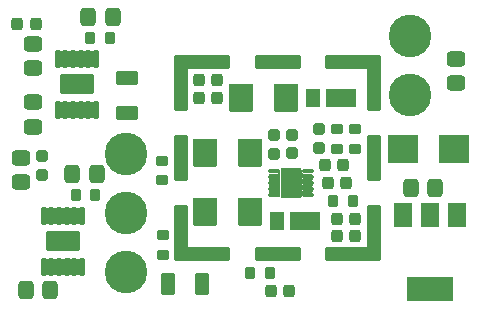
<source format=gbr>
G04 #@! TF.GenerationSoftware,KiCad,Pcbnew,(6.0.9-0)*
G04 #@! TF.CreationDate,2023-07-05T23:25:05+02:00*
G04 #@! TF.ProjectId,dcdc_7909,64636463-5f37-4393-9039-2e6b69636164,2.0*
G04 #@! TF.SameCoordinates,Original*
G04 #@! TF.FileFunction,Soldermask,Top*
G04 #@! TF.FilePolarity,Negative*
%FSLAX46Y46*%
G04 Gerber Fmt 4.6, Leading zero omitted, Abs format (unit mm)*
G04 Created by KiCad (PCBNEW (6.0.9-0)) date 2023-07-05 23:25:05*
%MOMM*%
%LPD*%
G01*
G04 APERTURE LIST*
G04 Aperture macros list*
%AMRoundRect*
0 Rectangle with rounded corners*
0 $1 Rounding radius*
0 $2 $3 $4 $5 $6 $7 $8 $9 X,Y pos of 4 corners*
0 Add a 4 corners polygon primitive as box body*
4,1,4,$2,$3,$4,$5,$6,$7,$8,$9,$2,$3,0*
0 Add four circle primitives for the rounded corners*
1,1,$1+$1,$2,$3*
1,1,$1+$1,$4,$5*
1,1,$1+$1,$6,$7*
1,1,$1+$1,$8,$9*
0 Add four rect primitives between the rounded corners*
20,1,$1+$1,$2,$3,$4,$5,0*
20,1,$1+$1,$4,$5,$6,$7,0*
20,1,$1+$1,$6,$7,$8,$9,0*
20,1,$1+$1,$8,$9,$2,$3,0*%
G04 Aperture macros list end*
%ADD10RoundRect,0.301000X-0.325000X-0.650000X0.325000X-0.650000X0.325000X0.650000X-0.325000X0.650000X0*%
%ADD11RoundRect,0.301000X0.650000X-0.325000X0.650000X0.325000X-0.650000X0.325000X-0.650000X-0.325000X0*%
%ADD12RoundRect,0.276000X0.250000X-0.225000X0.250000X0.225000X-0.250000X0.225000X-0.250000X-0.225000X0*%
%ADD13RoundRect,0.276000X0.225000X0.250000X-0.225000X0.250000X-0.225000X-0.250000X0.225000X-0.250000X0*%
%ADD14C,3.602120*%
%ADD15RoundRect,0.151000X0.100000X-0.625000X0.100000X0.625000X-0.100000X0.625000X-0.100000X-0.625000X0*%
%ADD16RoundRect,0.301000X1.175000X-0.575000X1.175000X0.575000X-1.175000X0.575000X-1.175000X-0.575000X0*%
%ADD17RoundRect,0.251000X-0.200000X-0.275000X0.200000X-0.275000X0.200000X0.275000X-0.200000X0.275000X0*%
%ADD18RoundRect,0.251000X0.275000X-0.200000X0.275000X0.200000X-0.275000X0.200000X-0.275000X-0.200000X0*%
%ADD19RoundRect,0.301000X0.337500X0.475000X-0.337500X0.475000X-0.337500X-0.475000X0.337500X-0.475000X0*%
%ADD20RoundRect,0.301000X0.475000X-0.337500X0.475000X0.337500X-0.475000X0.337500X-0.475000X-0.337500X0*%
%ADD21RoundRect,0.301000X-0.337500X-0.475000X0.337500X-0.475000X0.337500X0.475000X-0.337500X0.475000X0*%
%ADD22RoundRect,0.301000X-0.475000X0.337500X-0.475000X-0.337500X0.475000X-0.337500X0.475000X0.337500X0*%
%ADD23RoundRect,0.251000X-0.275000X0.200000X-0.275000X-0.200000X0.275000X-0.200000X0.275000X0.200000X0*%
%ADD24RoundRect,0.051000X-1.200000X-0.750000X1.200000X-0.750000X1.200000X0.750000X-1.200000X0.750000X0*%
%ADD25RoundRect,0.051000X-0.525000X-0.750000X0.525000X-0.750000X0.525000X0.750000X-0.525000X0.750000X0*%
%ADD26RoundRect,0.113500X0.362500X0.062500X-0.362500X0.062500X-0.362500X-0.062500X0.362500X-0.062500X0*%
%ADD27RoundRect,0.051000X0.825000X1.190000X-0.825000X1.190000X-0.825000X-1.190000X0.825000X-1.190000X0*%
%ADD28RoundRect,0.051000X-0.927250X-1.143000X0.927250X-1.143000X0.927250X1.143000X-0.927250X1.143000X0*%
%ADD29RoundRect,0.051000X1.250000X1.150000X-1.250000X1.150000X-1.250000X-1.150000X1.250000X-1.150000X0*%
%ADD30RoundRect,0.051000X-0.750000X1.000000X-0.750000X-1.000000X0.750000X-1.000000X0.750000X1.000000X0*%
%ADD31RoundRect,0.051000X-1.900000X1.000000X-1.900000X-1.000000X1.900000X-1.000000X1.900000X1.000000X0*%
%ADD32RoundRect,0.051000X0.927250X1.143000X-0.927250X1.143000X-0.927250X-1.143000X0.927250X-1.143000X0*%
%ADD33RoundRect,0.276000X-0.225000X-0.250000X0.225000X-0.250000X0.225000X0.250000X-0.225000X0.250000X0*%
%ADD34RoundRect,0.051000X-1.775000X-0.500000X1.775000X-0.500000X1.775000X0.500000X-1.775000X0.500000X0*%
%ADD35RoundRect,0.051000X-0.500000X-1.775000X0.500000X-1.775000X0.500000X1.775000X-0.500000X1.775000X0*%
%ADD36RoundRect,0.051000X-0.500000X-0.500000X0.500000X-0.500000X0.500000X0.500000X-0.500000X0.500000X0*%
%ADD37RoundRect,0.051000X-1.900000X-0.500000X1.900000X-0.500000X1.900000X0.500000X-1.900000X0.500000X0*%
%ADD38RoundRect,0.051000X-0.500000X-1.900000X0.500000X-1.900000X0.500000X1.900000X-0.500000X1.900000X0*%
%ADD39RoundRect,0.276000X-0.250000X0.225000X-0.250000X-0.225000X0.250000X-0.225000X0.250000X0.225000X0*%
G04 APERTURE END LIST*
D10*
X92710000Y-77978000D03*
X95660000Y-77978000D03*
D11*
X89281000Y-60579000D03*
X89281000Y-63529000D03*
D12*
X82042000Y-68733000D03*
X82042000Y-67183000D03*
D13*
X81547000Y-56001500D03*
X79997000Y-56001500D03*
D14*
X89200000Y-67010000D03*
X89200000Y-72010000D03*
X113200000Y-62010000D03*
X113200000Y-57010000D03*
D15*
X82216000Y-76516000D03*
X82866000Y-76516000D03*
X83516000Y-76516000D03*
X84166000Y-76516000D03*
X84816000Y-76516000D03*
X85466000Y-76516000D03*
X85466000Y-72216000D03*
X84816000Y-72216000D03*
X84166000Y-72216000D03*
X83516000Y-72216000D03*
X82866000Y-72216000D03*
X82216000Y-72216000D03*
D16*
X83841000Y-74366000D03*
D17*
X84935000Y-70429000D03*
X86585000Y-70429000D03*
X86170000Y-57144500D03*
X87820000Y-57144500D03*
D18*
X92329000Y-75501000D03*
X92329000Y-73851000D03*
D14*
X89200000Y-77010000D03*
D15*
X83401500Y-63231500D03*
X84051500Y-63231500D03*
X84701500Y-63231500D03*
X85351500Y-63231500D03*
X86001500Y-63231500D03*
X86651500Y-63231500D03*
X86651500Y-58931500D03*
X86001500Y-58931500D03*
X85351500Y-58931500D03*
X84701500Y-58931500D03*
X84051500Y-58931500D03*
X83401500Y-58931500D03*
D16*
X85026500Y-61081500D03*
D19*
X82774700Y-78536800D03*
X80699700Y-78536800D03*
D20*
X81280000Y-64686000D03*
X81280000Y-62611000D03*
D21*
X85979000Y-55366500D03*
X88054000Y-55366500D03*
D20*
X80263000Y-69385000D03*
X80263000Y-67310000D03*
D22*
X81280000Y-57667500D03*
X81280000Y-59742500D03*
D21*
X84618000Y-68707000D03*
X86693000Y-68707000D03*
D23*
X92202000Y-67564000D03*
X92202000Y-69214000D03*
D24*
X107416750Y-62230000D03*
D25*
X105041750Y-62230000D03*
D26*
X104574000Y-70469000D03*
X104574000Y-69969000D03*
X104574000Y-69469000D03*
X104574000Y-68969000D03*
X104574000Y-68469000D03*
X101674000Y-68469000D03*
X101674000Y-68969000D03*
X101674000Y-69469000D03*
X101674000Y-69969000D03*
X101674000Y-70469000D03*
D27*
X103124000Y-69469000D03*
D28*
X95897750Y-71882000D03*
X99682250Y-71882000D03*
D12*
X103251000Y-66942000D03*
X103251000Y-65392000D03*
D28*
X95897750Y-66929000D03*
X99682250Y-66929000D03*
D29*
X116967000Y-66548000D03*
X112667000Y-66548000D03*
D12*
X101727000Y-66955000D03*
X101727000Y-65405000D03*
D30*
X117221000Y-72139500D03*
X114921000Y-72139500D03*
X112621000Y-72139500D03*
D31*
X114921000Y-78439500D03*
D18*
X107061000Y-66547000D03*
X107061000Y-64897000D03*
D32*
X102743000Y-62255400D03*
X98958500Y-62255400D03*
D33*
X106045000Y-67945000D03*
X107595000Y-67945000D03*
X107061000Y-73964800D03*
X108611000Y-73964800D03*
D34*
X107889000Y-59182000D03*
D35*
X110164000Y-73207000D03*
D34*
X96139000Y-59182000D03*
D36*
X93864000Y-75482000D03*
D35*
X93864000Y-73207000D03*
D36*
X110164000Y-75482000D03*
D37*
X102014000Y-59182000D03*
D36*
X110164000Y-59182000D03*
D35*
X110164000Y-61457000D03*
D34*
X107889000Y-75482000D03*
X96139000Y-75482000D03*
D38*
X110164000Y-67332000D03*
X93864000Y-67332000D03*
D35*
X93864000Y-61457000D03*
D37*
X102014000Y-75482000D03*
D36*
X93864000Y-59182000D03*
D33*
X101447000Y-78626000D03*
X102997000Y-78626000D03*
D13*
X107836000Y-69469000D03*
X106286000Y-69469000D03*
D39*
X105537000Y-64897000D03*
X105537000Y-66447000D03*
D17*
X99695000Y-77089000D03*
X101345000Y-77089000D03*
D33*
X107061000Y-72466200D03*
X108611000Y-72466200D03*
D24*
X104355000Y-72644000D03*
D25*
X101980000Y-72644000D03*
D13*
X96914000Y-60706000D03*
X95364000Y-60706000D03*
D17*
X106744000Y-70993000D03*
X108394000Y-70993000D03*
D21*
X113284000Y-69850000D03*
X115359000Y-69850000D03*
D18*
X108585000Y-66547000D03*
X108585000Y-64897000D03*
D20*
X117094000Y-60981500D03*
X117094000Y-58906500D03*
D13*
X96914000Y-62230000D03*
X95364000Y-62230000D03*
G36*
X82444891Y-75813874D02*
G01*
X82491944Y-75853197D01*
X82560660Y-75861830D01*
X82623289Y-75831867D01*
X82630800Y-75823197D01*
X82632690Y-75822543D01*
X82634202Y-75823853D01*
X82633975Y-75825618D01*
X82628379Y-75833994D01*
X82617000Y-75891199D01*
X82617000Y-77140801D01*
X82628379Y-77198006D01*
X82640055Y-77215480D01*
X82640186Y-77217476D01*
X82638523Y-77218587D01*
X82637109Y-77218126D01*
X82590056Y-77178803D01*
X82521340Y-77170170D01*
X82458711Y-77200133D01*
X82451200Y-77208803D01*
X82449310Y-77209457D01*
X82447798Y-77208147D01*
X82448025Y-77206382D01*
X82453621Y-77198006D01*
X82465000Y-77140801D01*
X82465000Y-75891199D01*
X82453621Y-75833994D01*
X82441945Y-75816520D01*
X82441814Y-75814524D01*
X82443477Y-75813413D01*
X82444891Y-75813874D01*
G37*
G36*
X85044891Y-75813874D02*
G01*
X85091944Y-75853197D01*
X85160660Y-75861830D01*
X85223289Y-75831867D01*
X85230800Y-75823197D01*
X85232690Y-75822543D01*
X85234202Y-75823853D01*
X85233975Y-75825618D01*
X85228379Y-75833994D01*
X85217000Y-75891199D01*
X85217000Y-77140801D01*
X85228379Y-77198006D01*
X85240055Y-77215480D01*
X85240186Y-77217476D01*
X85238523Y-77218587D01*
X85237109Y-77218126D01*
X85190056Y-77178803D01*
X85121340Y-77170170D01*
X85058711Y-77200133D01*
X85051200Y-77208803D01*
X85049310Y-77209457D01*
X85047798Y-77208147D01*
X85048025Y-77206382D01*
X85053621Y-77198006D01*
X85065000Y-77140801D01*
X85065000Y-75891199D01*
X85053621Y-75833994D01*
X85041945Y-75816520D01*
X85041814Y-75814524D01*
X85043477Y-75813413D01*
X85044891Y-75813874D01*
G37*
G36*
X84394891Y-75813874D02*
G01*
X84441944Y-75853197D01*
X84510660Y-75861830D01*
X84573289Y-75831867D01*
X84580800Y-75823197D01*
X84582690Y-75822543D01*
X84584202Y-75823853D01*
X84583975Y-75825618D01*
X84578379Y-75833994D01*
X84567000Y-75891199D01*
X84567000Y-77140801D01*
X84578379Y-77198006D01*
X84590055Y-77215480D01*
X84590186Y-77217476D01*
X84588523Y-77218587D01*
X84587109Y-77218126D01*
X84540056Y-77178803D01*
X84471340Y-77170170D01*
X84408711Y-77200133D01*
X84401200Y-77208803D01*
X84399310Y-77209457D01*
X84397798Y-77208147D01*
X84398025Y-77206382D01*
X84403621Y-77198006D01*
X84415000Y-77140801D01*
X84415000Y-75891199D01*
X84403621Y-75833994D01*
X84391945Y-75816520D01*
X84391814Y-75814524D01*
X84393477Y-75813413D01*
X84394891Y-75813874D01*
G37*
G36*
X83744891Y-75813874D02*
G01*
X83791944Y-75853197D01*
X83860660Y-75861830D01*
X83923289Y-75831867D01*
X83930800Y-75823197D01*
X83932690Y-75822543D01*
X83934202Y-75823853D01*
X83933975Y-75825618D01*
X83928379Y-75833994D01*
X83917000Y-75891199D01*
X83917000Y-77140801D01*
X83928379Y-77198006D01*
X83940055Y-77215480D01*
X83940186Y-77217476D01*
X83938523Y-77218587D01*
X83937109Y-77218126D01*
X83890056Y-77178803D01*
X83821340Y-77170170D01*
X83758711Y-77200133D01*
X83751200Y-77208803D01*
X83749310Y-77209457D01*
X83747798Y-77208147D01*
X83748025Y-77206382D01*
X83753621Y-77198006D01*
X83765000Y-77140801D01*
X83765000Y-75891199D01*
X83753621Y-75833994D01*
X83741945Y-75816520D01*
X83741814Y-75814524D01*
X83743477Y-75813413D01*
X83744891Y-75813874D01*
G37*
G36*
X83094891Y-75813874D02*
G01*
X83141944Y-75853197D01*
X83210660Y-75861830D01*
X83273289Y-75831867D01*
X83280800Y-75823197D01*
X83282690Y-75822543D01*
X83284202Y-75823853D01*
X83283975Y-75825618D01*
X83278379Y-75833994D01*
X83267000Y-75891199D01*
X83267000Y-77140801D01*
X83278379Y-77198006D01*
X83290055Y-77215480D01*
X83290186Y-77217476D01*
X83288523Y-77218587D01*
X83287109Y-77218126D01*
X83240056Y-77178803D01*
X83171340Y-77170170D01*
X83108711Y-77200133D01*
X83101200Y-77208803D01*
X83099310Y-77209457D01*
X83097798Y-77208147D01*
X83098025Y-77206382D01*
X83103621Y-77198006D01*
X83115000Y-77140801D01*
X83115000Y-75891199D01*
X83103621Y-75833994D01*
X83091945Y-75816520D01*
X83091814Y-75814524D01*
X83093477Y-75813413D01*
X83094891Y-75813874D01*
G37*
G36*
X83744891Y-71513874D02*
G01*
X83791944Y-71553197D01*
X83860660Y-71561830D01*
X83923289Y-71531867D01*
X83930800Y-71523197D01*
X83932690Y-71522543D01*
X83934202Y-71523853D01*
X83933975Y-71525618D01*
X83928379Y-71533994D01*
X83917000Y-71591199D01*
X83917000Y-72840801D01*
X83928379Y-72898006D01*
X83940055Y-72915480D01*
X83940186Y-72917476D01*
X83938523Y-72918587D01*
X83937109Y-72918126D01*
X83890056Y-72878803D01*
X83821340Y-72870170D01*
X83758711Y-72900133D01*
X83751200Y-72908803D01*
X83749310Y-72909457D01*
X83747798Y-72908147D01*
X83748025Y-72906382D01*
X83753621Y-72898006D01*
X83765000Y-72840801D01*
X83765000Y-71591199D01*
X83753621Y-71533994D01*
X83741945Y-71516520D01*
X83741814Y-71514524D01*
X83743477Y-71513413D01*
X83744891Y-71513874D01*
G37*
G36*
X85044891Y-71513874D02*
G01*
X85091944Y-71553197D01*
X85160660Y-71561830D01*
X85223289Y-71531867D01*
X85230800Y-71523197D01*
X85232690Y-71522543D01*
X85234202Y-71523853D01*
X85233975Y-71525618D01*
X85228379Y-71533994D01*
X85217000Y-71591199D01*
X85217000Y-72840801D01*
X85228379Y-72898006D01*
X85240055Y-72915480D01*
X85240186Y-72917476D01*
X85238523Y-72918587D01*
X85237109Y-72918126D01*
X85190056Y-72878803D01*
X85121340Y-72870170D01*
X85058711Y-72900133D01*
X85051200Y-72908803D01*
X85049310Y-72909457D01*
X85047798Y-72908147D01*
X85048025Y-72906382D01*
X85053621Y-72898006D01*
X85065000Y-72840801D01*
X85065000Y-71591199D01*
X85053621Y-71533994D01*
X85041945Y-71516520D01*
X85041814Y-71514524D01*
X85043477Y-71513413D01*
X85044891Y-71513874D01*
G37*
G36*
X83094891Y-71513874D02*
G01*
X83141944Y-71553197D01*
X83210660Y-71561830D01*
X83273289Y-71531867D01*
X83280800Y-71523197D01*
X83282690Y-71522543D01*
X83284202Y-71523853D01*
X83283975Y-71525618D01*
X83278379Y-71533994D01*
X83267000Y-71591199D01*
X83267000Y-72840801D01*
X83278379Y-72898006D01*
X83290055Y-72915480D01*
X83290186Y-72917476D01*
X83288523Y-72918587D01*
X83287109Y-72918126D01*
X83240056Y-72878803D01*
X83171340Y-72870170D01*
X83108711Y-72900133D01*
X83101200Y-72908803D01*
X83099310Y-72909457D01*
X83097798Y-72908147D01*
X83098025Y-72906382D01*
X83103621Y-72898006D01*
X83115000Y-72840801D01*
X83115000Y-71591199D01*
X83103621Y-71533994D01*
X83091945Y-71516520D01*
X83091814Y-71514524D01*
X83093477Y-71513413D01*
X83094891Y-71513874D01*
G37*
G36*
X82444891Y-71513874D02*
G01*
X82491944Y-71553197D01*
X82560660Y-71561830D01*
X82623289Y-71531867D01*
X82630800Y-71523197D01*
X82632690Y-71522543D01*
X82634202Y-71523853D01*
X82633975Y-71525618D01*
X82628379Y-71533994D01*
X82617000Y-71591199D01*
X82617000Y-72840801D01*
X82628379Y-72898006D01*
X82640055Y-72915480D01*
X82640186Y-72917476D01*
X82638523Y-72918587D01*
X82637109Y-72918126D01*
X82590056Y-72878803D01*
X82521340Y-72870170D01*
X82458711Y-72900133D01*
X82451200Y-72908803D01*
X82449310Y-72909457D01*
X82447798Y-72908147D01*
X82448025Y-72906382D01*
X82453621Y-72898006D01*
X82465000Y-72840801D01*
X82465000Y-71591199D01*
X82453621Y-71533994D01*
X82441945Y-71516520D01*
X82441814Y-71514524D01*
X82443477Y-71513413D01*
X82444891Y-71513874D01*
G37*
G36*
X84394891Y-71513874D02*
G01*
X84441944Y-71553197D01*
X84510660Y-71561830D01*
X84573289Y-71531867D01*
X84580800Y-71523197D01*
X84582690Y-71522543D01*
X84584202Y-71523853D01*
X84583975Y-71525618D01*
X84578379Y-71533994D01*
X84567000Y-71591199D01*
X84567000Y-72840801D01*
X84578379Y-72898006D01*
X84590055Y-72915480D01*
X84590186Y-72917476D01*
X84588523Y-72918587D01*
X84587109Y-72918126D01*
X84540056Y-72878803D01*
X84471340Y-72870170D01*
X84408711Y-72900133D01*
X84401200Y-72908803D01*
X84399310Y-72909457D01*
X84397798Y-72908147D01*
X84398025Y-72906382D01*
X84403621Y-72898006D01*
X84415000Y-72840801D01*
X84415000Y-71591199D01*
X84403621Y-71533994D01*
X84391945Y-71516520D01*
X84391814Y-71514524D01*
X84393477Y-71513413D01*
X84394891Y-71513874D01*
G37*
G36*
X103999006Y-68264529D02*
G01*
X104000058Y-68266104D01*
X104053434Y-68310711D01*
X104122226Y-68319351D01*
X104160690Y-68304218D01*
X104162668Y-68304514D01*
X104163400Y-68306375D01*
X104162533Y-68307742D01*
X104132685Y-68327685D01*
X104108525Y-68363844D01*
X104100000Y-68406699D01*
X104100000Y-68531301D01*
X104108525Y-68574156D01*
X104132685Y-68610315D01*
X104168844Y-68634475D01*
X104211699Y-68643000D01*
X104936301Y-68643000D01*
X104979156Y-68634475D01*
X105000898Y-68619948D01*
X105002894Y-68619817D01*
X105004005Y-68621480D01*
X105003544Y-68622894D01*
X104964223Y-68669945D01*
X104955592Y-68738661D01*
X104985556Y-68801291D01*
X104994219Y-68808798D01*
X104994873Y-68810688D01*
X104993563Y-68812199D01*
X104991798Y-68811972D01*
X104979156Y-68803525D01*
X104936301Y-68795000D01*
X104211699Y-68795000D01*
X104168844Y-68803525D01*
X104132685Y-68827685D01*
X104108525Y-68863844D01*
X104100000Y-68906699D01*
X104100000Y-69031301D01*
X104108525Y-69074156D01*
X104132685Y-69110315D01*
X104168844Y-69134475D01*
X104211699Y-69143000D01*
X104936301Y-69143000D01*
X104979156Y-69134475D01*
X105000898Y-69119948D01*
X105002894Y-69119817D01*
X105004005Y-69121480D01*
X105003544Y-69122894D01*
X104964223Y-69169945D01*
X104955592Y-69238661D01*
X104985556Y-69301291D01*
X104994219Y-69308798D01*
X104994873Y-69310688D01*
X104993563Y-69312199D01*
X104991798Y-69311972D01*
X104979156Y-69303525D01*
X104936301Y-69295000D01*
X104211699Y-69295000D01*
X104168844Y-69303525D01*
X104132685Y-69327685D01*
X104108525Y-69363844D01*
X104100000Y-69406699D01*
X104100000Y-69531301D01*
X104108525Y-69574156D01*
X104132685Y-69610315D01*
X104168844Y-69634475D01*
X104211699Y-69643000D01*
X104936301Y-69643000D01*
X104979156Y-69634475D01*
X105000898Y-69619948D01*
X105002894Y-69619817D01*
X105004005Y-69621480D01*
X105003544Y-69622894D01*
X104964223Y-69669945D01*
X104955592Y-69738661D01*
X104985556Y-69801291D01*
X104994219Y-69808798D01*
X104994873Y-69810688D01*
X104993563Y-69812199D01*
X104991798Y-69811972D01*
X104979156Y-69803525D01*
X104936301Y-69795000D01*
X104211699Y-69795000D01*
X104168844Y-69803525D01*
X104132685Y-69827685D01*
X104108525Y-69863844D01*
X104100000Y-69906699D01*
X104100000Y-70031301D01*
X104108525Y-70074156D01*
X104132685Y-70110315D01*
X104168844Y-70134475D01*
X104211699Y-70143000D01*
X104936301Y-70143000D01*
X104979156Y-70134475D01*
X105000898Y-70119948D01*
X105002894Y-70119817D01*
X105004005Y-70121480D01*
X105003544Y-70122894D01*
X104964223Y-70169945D01*
X104955592Y-70238661D01*
X104985556Y-70301291D01*
X104994219Y-70308798D01*
X104994873Y-70310688D01*
X104993563Y-70312199D01*
X104991798Y-70311972D01*
X104979156Y-70303525D01*
X104936301Y-70295000D01*
X104211699Y-70295000D01*
X104168844Y-70303525D01*
X104132685Y-70327685D01*
X104108525Y-70363844D01*
X104100000Y-70406699D01*
X104100000Y-70531301D01*
X104108525Y-70574156D01*
X104132685Y-70610315D01*
X104163957Y-70631210D01*
X104164842Y-70633004D01*
X104163731Y-70634667D01*
X104162456Y-70634835D01*
X104159495Y-70634246D01*
X104159287Y-70634193D01*
X104104681Y-70617095D01*
X104037817Y-70635439D01*
X104000099Y-70671834D01*
X103999006Y-70673471D01*
X103997213Y-70674356D01*
X103995549Y-70673245D01*
X103995381Y-70671970D01*
X103998000Y-70658801D01*
X103998000Y-68279199D01*
X103995381Y-68266030D01*
X103996024Y-68264136D01*
X103997986Y-68263746D01*
X103999006Y-68264529D01*
G37*
G36*
X102252451Y-68264755D02*
G01*
X102252619Y-68266030D01*
X102250000Y-68279199D01*
X102250000Y-70658801D01*
X102252619Y-70671970D01*
X102251976Y-70673864D01*
X102250014Y-70674254D01*
X102248994Y-70673471D01*
X102247942Y-70671896D01*
X102194566Y-70627289D01*
X102125774Y-70618649D01*
X102087310Y-70633782D01*
X102085332Y-70633486D01*
X102084600Y-70631625D01*
X102085467Y-70630258D01*
X102115315Y-70610315D01*
X102139475Y-70574156D01*
X102148000Y-70531301D01*
X102148000Y-70406699D01*
X102139475Y-70363844D01*
X102115315Y-70327685D01*
X102079156Y-70303525D01*
X102036301Y-70295000D01*
X101311699Y-70295000D01*
X101268844Y-70303525D01*
X101247102Y-70318052D01*
X101245106Y-70318183D01*
X101243995Y-70316520D01*
X101244456Y-70315106D01*
X101283777Y-70268055D01*
X101292408Y-70199339D01*
X101262444Y-70136709D01*
X101253781Y-70129202D01*
X101253127Y-70127312D01*
X101254437Y-70125801D01*
X101256202Y-70126028D01*
X101268844Y-70134475D01*
X101311699Y-70143000D01*
X102036301Y-70143000D01*
X102079156Y-70134475D01*
X102115315Y-70110315D01*
X102139475Y-70074156D01*
X102148000Y-70031301D01*
X102148000Y-69906699D01*
X102139475Y-69863844D01*
X102115315Y-69827685D01*
X102079156Y-69803525D01*
X102036301Y-69795000D01*
X101311699Y-69795000D01*
X101268844Y-69803525D01*
X101247102Y-69818052D01*
X101245106Y-69818183D01*
X101243995Y-69816520D01*
X101244456Y-69815106D01*
X101283777Y-69768055D01*
X101292408Y-69699339D01*
X101262444Y-69636709D01*
X101253781Y-69629202D01*
X101253127Y-69627312D01*
X101254437Y-69625801D01*
X101256202Y-69626028D01*
X101268844Y-69634475D01*
X101311699Y-69643000D01*
X102036301Y-69643000D01*
X102079156Y-69634475D01*
X102115315Y-69610315D01*
X102139475Y-69574156D01*
X102148000Y-69531301D01*
X102148000Y-69406699D01*
X102139475Y-69363844D01*
X102115315Y-69327685D01*
X102079156Y-69303525D01*
X102036301Y-69295000D01*
X101311699Y-69295000D01*
X101268844Y-69303525D01*
X101247102Y-69318052D01*
X101245106Y-69318183D01*
X101243995Y-69316520D01*
X101244456Y-69315106D01*
X101283777Y-69268055D01*
X101292408Y-69199339D01*
X101262444Y-69136709D01*
X101253781Y-69129202D01*
X101253127Y-69127312D01*
X101254437Y-69125801D01*
X101256202Y-69126028D01*
X101268844Y-69134475D01*
X101311699Y-69143000D01*
X102036301Y-69143000D01*
X102079156Y-69134475D01*
X102115315Y-69110315D01*
X102139475Y-69074156D01*
X102148000Y-69031301D01*
X102148000Y-68906699D01*
X102139475Y-68863844D01*
X102115315Y-68827685D01*
X102079156Y-68803525D01*
X102036301Y-68795000D01*
X101311699Y-68795000D01*
X101268844Y-68803525D01*
X101247102Y-68818052D01*
X101245106Y-68818183D01*
X101243995Y-68816520D01*
X101244456Y-68815106D01*
X101283777Y-68768055D01*
X101292408Y-68699339D01*
X101262444Y-68636709D01*
X101253781Y-68629202D01*
X101253127Y-68627312D01*
X101254437Y-68625801D01*
X101256202Y-68626028D01*
X101268844Y-68634475D01*
X101311699Y-68643000D01*
X102036301Y-68643000D01*
X102079156Y-68634475D01*
X102115315Y-68610315D01*
X102139475Y-68574156D01*
X102148000Y-68531301D01*
X102148000Y-68406699D01*
X102139475Y-68363844D01*
X102115315Y-68327685D01*
X102084043Y-68306790D01*
X102083158Y-68304996D01*
X102084269Y-68303333D01*
X102085544Y-68303165D01*
X102088505Y-68303754D01*
X102088713Y-68303807D01*
X102143319Y-68320905D01*
X102210183Y-68302561D01*
X102247901Y-68266166D01*
X102248994Y-68264529D01*
X102250787Y-68263644D01*
X102252451Y-68264755D01*
G37*
G36*
X84930391Y-62529374D02*
G01*
X84977444Y-62568697D01*
X85046160Y-62577330D01*
X85108789Y-62547367D01*
X85116300Y-62538697D01*
X85118190Y-62538043D01*
X85119702Y-62539353D01*
X85119475Y-62541118D01*
X85113879Y-62549494D01*
X85102500Y-62606699D01*
X85102500Y-63856301D01*
X85113879Y-63913506D01*
X85125555Y-63930980D01*
X85125686Y-63932976D01*
X85124023Y-63934087D01*
X85122609Y-63933626D01*
X85075556Y-63894303D01*
X85006840Y-63885670D01*
X84944211Y-63915633D01*
X84936700Y-63924303D01*
X84934810Y-63924957D01*
X84933298Y-63923647D01*
X84933525Y-63921882D01*
X84939121Y-63913506D01*
X84950500Y-63856301D01*
X84950500Y-62606699D01*
X84939121Y-62549494D01*
X84927445Y-62532020D01*
X84927314Y-62530024D01*
X84928977Y-62528913D01*
X84930391Y-62529374D01*
G37*
G36*
X86230391Y-62529374D02*
G01*
X86277444Y-62568697D01*
X86346160Y-62577330D01*
X86408789Y-62547367D01*
X86416300Y-62538697D01*
X86418190Y-62538043D01*
X86419702Y-62539353D01*
X86419475Y-62541118D01*
X86413879Y-62549494D01*
X86402500Y-62606699D01*
X86402500Y-63856301D01*
X86413879Y-63913506D01*
X86425555Y-63930980D01*
X86425686Y-63932976D01*
X86424023Y-63934087D01*
X86422609Y-63933626D01*
X86375556Y-63894303D01*
X86306840Y-63885670D01*
X86244211Y-63915633D01*
X86236700Y-63924303D01*
X86234810Y-63924957D01*
X86233298Y-63923647D01*
X86233525Y-63921882D01*
X86239121Y-63913506D01*
X86250500Y-63856301D01*
X86250500Y-62606699D01*
X86239121Y-62549494D01*
X86227445Y-62532020D01*
X86227314Y-62530024D01*
X86228977Y-62528913D01*
X86230391Y-62529374D01*
G37*
G36*
X84280391Y-62529374D02*
G01*
X84327444Y-62568697D01*
X84396160Y-62577330D01*
X84458789Y-62547367D01*
X84466300Y-62538697D01*
X84468190Y-62538043D01*
X84469702Y-62539353D01*
X84469475Y-62541118D01*
X84463879Y-62549494D01*
X84452500Y-62606699D01*
X84452500Y-63856301D01*
X84463879Y-63913506D01*
X84475555Y-63930980D01*
X84475686Y-63932976D01*
X84474023Y-63934087D01*
X84472609Y-63933626D01*
X84425556Y-63894303D01*
X84356840Y-63885670D01*
X84294211Y-63915633D01*
X84286700Y-63924303D01*
X84284810Y-63924957D01*
X84283298Y-63923647D01*
X84283525Y-63921882D01*
X84289121Y-63913506D01*
X84300500Y-63856301D01*
X84300500Y-62606699D01*
X84289121Y-62549494D01*
X84277445Y-62532020D01*
X84277314Y-62530024D01*
X84278977Y-62528913D01*
X84280391Y-62529374D01*
G37*
G36*
X83630391Y-62529374D02*
G01*
X83677444Y-62568697D01*
X83746160Y-62577330D01*
X83808789Y-62547367D01*
X83816300Y-62538697D01*
X83818190Y-62538043D01*
X83819702Y-62539353D01*
X83819475Y-62541118D01*
X83813879Y-62549494D01*
X83802500Y-62606699D01*
X83802500Y-63856301D01*
X83813879Y-63913506D01*
X83825555Y-63930980D01*
X83825686Y-63932976D01*
X83824023Y-63934087D01*
X83822609Y-63933626D01*
X83775556Y-63894303D01*
X83706840Y-63885670D01*
X83644211Y-63915633D01*
X83636700Y-63924303D01*
X83634810Y-63924957D01*
X83633298Y-63923647D01*
X83633525Y-63921882D01*
X83639121Y-63913506D01*
X83650500Y-63856301D01*
X83650500Y-62606699D01*
X83639121Y-62549494D01*
X83627445Y-62532020D01*
X83627314Y-62530024D01*
X83628977Y-62528913D01*
X83630391Y-62529374D01*
G37*
G36*
X85580391Y-62529374D02*
G01*
X85627444Y-62568697D01*
X85696160Y-62577330D01*
X85758789Y-62547367D01*
X85766300Y-62538697D01*
X85768190Y-62538043D01*
X85769702Y-62539353D01*
X85769475Y-62541118D01*
X85763879Y-62549494D01*
X85752500Y-62606699D01*
X85752500Y-63856301D01*
X85763879Y-63913506D01*
X85775555Y-63930980D01*
X85775686Y-63932976D01*
X85774023Y-63934087D01*
X85772609Y-63933626D01*
X85725556Y-63894303D01*
X85656840Y-63885670D01*
X85594211Y-63915633D01*
X85586700Y-63924303D01*
X85584810Y-63924957D01*
X85583298Y-63923647D01*
X85583525Y-63921882D01*
X85589121Y-63913506D01*
X85600500Y-63856301D01*
X85600500Y-62606699D01*
X85589121Y-62549494D01*
X85577445Y-62532020D01*
X85577314Y-62530024D01*
X85578977Y-62528913D01*
X85580391Y-62529374D01*
G37*
G36*
X84280391Y-58229374D02*
G01*
X84327444Y-58268697D01*
X84396160Y-58277330D01*
X84458789Y-58247367D01*
X84466300Y-58238697D01*
X84468190Y-58238043D01*
X84469702Y-58239353D01*
X84469475Y-58241118D01*
X84463879Y-58249494D01*
X84452500Y-58306699D01*
X84452500Y-59556301D01*
X84463879Y-59613506D01*
X84475555Y-59630980D01*
X84475686Y-59632976D01*
X84474023Y-59634087D01*
X84472609Y-59633626D01*
X84425556Y-59594303D01*
X84356840Y-59585670D01*
X84294211Y-59615633D01*
X84286700Y-59624303D01*
X84284810Y-59624957D01*
X84283298Y-59623647D01*
X84283525Y-59621882D01*
X84289121Y-59613506D01*
X84300500Y-59556301D01*
X84300500Y-58306699D01*
X84289121Y-58249494D01*
X84277445Y-58232020D01*
X84277314Y-58230024D01*
X84278977Y-58228913D01*
X84280391Y-58229374D01*
G37*
G36*
X83630391Y-58229374D02*
G01*
X83677444Y-58268697D01*
X83746160Y-58277330D01*
X83808789Y-58247367D01*
X83816300Y-58238697D01*
X83818190Y-58238043D01*
X83819702Y-58239353D01*
X83819475Y-58241118D01*
X83813879Y-58249494D01*
X83802500Y-58306699D01*
X83802500Y-59556301D01*
X83813879Y-59613506D01*
X83825555Y-59630980D01*
X83825686Y-59632976D01*
X83824023Y-59634087D01*
X83822609Y-59633626D01*
X83775556Y-59594303D01*
X83706840Y-59585670D01*
X83644211Y-59615633D01*
X83636700Y-59624303D01*
X83634810Y-59624957D01*
X83633298Y-59623647D01*
X83633525Y-59621882D01*
X83639121Y-59613506D01*
X83650500Y-59556301D01*
X83650500Y-58306699D01*
X83639121Y-58249494D01*
X83627445Y-58232020D01*
X83627314Y-58230024D01*
X83628977Y-58228913D01*
X83630391Y-58229374D01*
G37*
G36*
X86230391Y-58229374D02*
G01*
X86277444Y-58268697D01*
X86346160Y-58277330D01*
X86408789Y-58247367D01*
X86416300Y-58238697D01*
X86418190Y-58238043D01*
X86419702Y-58239353D01*
X86419475Y-58241118D01*
X86413879Y-58249494D01*
X86402500Y-58306699D01*
X86402500Y-59556301D01*
X86413879Y-59613506D01*
X86425555Y-59630980D01*
X86425686Y-59632976D01*
X86424023Y-59634087D01*
X86422609Y-59633626D01*
X86375556Y-59594303D01*
X86306840Y-59585670D01*
X86244211Y-59615633D01*
X86236700Y-59624303D01*
X86234810Y-59624957D01*
X86233298Y-59623647D01*
X86233525Y-59621882D01*
X86239121Y-59613506D01*
X86250500Y-59556301D01*
X86250500Y-58306699D01*
X86239121Y-58249494D01*
X86227445Y-58232020D01*
X86227314Y-58230024D01*
X86228977Y-58228913D01*
X86230391Y-58229374D01*
G37*
G36*
X85580391Y-58229374D02*
G01*
X85627444Y-58268697D01*
X85696160Y-58277330D01*
X85758789Y-58247367D01*
X85766300Y-58238697D01*
X85768190Y-58238043D01*
X85769702Y-58239353D01*
X85769475Y-58241118D01*
X85763879Y-58249494D01*
X85752500Y-58306699D01*
X85752500Y-59556301D01*
X85763879Y-59613506D01*
X85775555Y-59630980D01*
X85775686Y-59632976D01*
X85774023Y-59634087D01*
X85772609Y-59633626D01*
X85725556Y-59594303D01*
X85656840Y-59585670D01*
X85594211Y-59615633D01*
X85586700Y-59624303D01*
X85584810Y-59624957D01*
X85583298Y-59623647D01*
X85583525Y-59621882D01*
X85589121Y-59613506D01*
X85600500Y-59556301D01*
X85600500Y-58306699D01*
X85589121Y-58249494D01*
X85577445Y-58232020D01*
X85577314Y-58230024D01*
X85578977Y-58228913D01*
X85580391Y-58229374D01*
G37*
G36*
X84930391Y-58229374D02*
G01*
X84977444Y-58268697D01*
X85046160Y-58277330D01*
X85108789Y-58247367D01*
X85116300Y-58238697D01*
X85118190Y-58238043D01*
X85119702Y-58239353D01*
X85119475Y-58241118D01*
X85113879Y-58249494D01*
X85102500Y-58306699D01*
X85102500Y-59556301D01*
X85113879Y-59613506D01*
X85125555Y-59630980D01*
X85125686Y-59632976D01*
X85124023Y-59634087D01*
X85122609Y-59633626D01*
X85075556Y-59594303D01*
X85006840Y-59585670D01*
X84944211Y-59615633D01*
X84936700Y-59624303D01*
X84934810Y-59624957D01*
X84933298Y-59623647D01*
X84933525Y-59621882D01*
X84939121Y-59613506D01*
X84950500Y-59556301D01*
X84950500Y-58306699D01*
X84939121Y-58249494D01*
X84927445Y-58232020D01*
X84927314Y-58230024D01*
X84928977Y-58228913D01*
X84930391Y-58229374D01*
G37*
M02*

</source>
